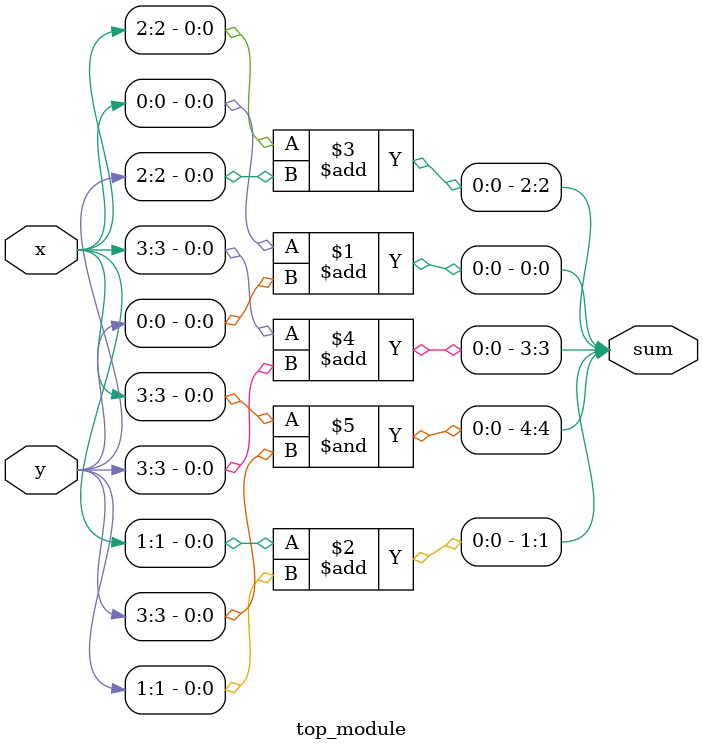
<source format=sv>
module top_module (
    input [3:0] x,
    input [3:0] y,
    output [4:0] sum
);

    // Adder logic
    assign sum[0] = x[0] + y[0];
    assign sum[1] = x[1] + y[1];
    assign sum[2] = x[2] + y[2];
    assign sum[3] = x[3] + y[3];
    
    // Carry bit
    assign sum[4] = x[3] & y[3];

endmodule

</source>
